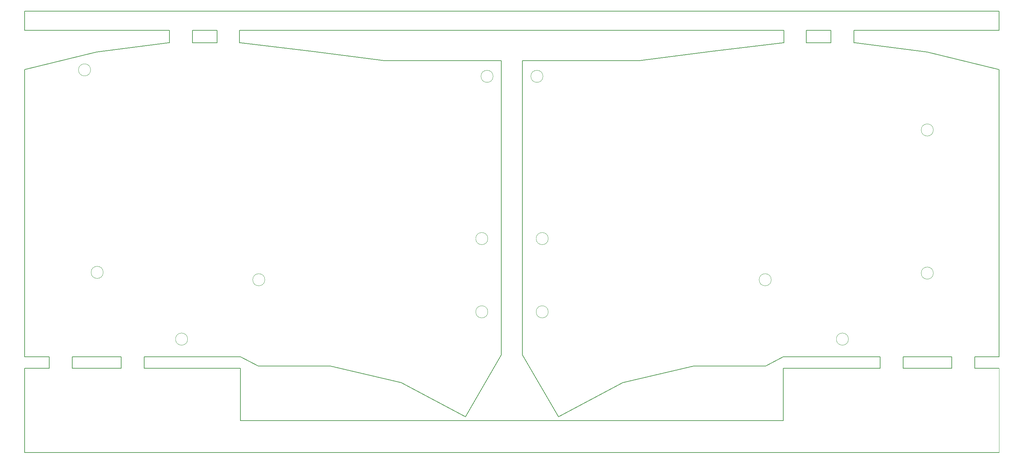
<source format=gbr>
G04 #@! TF.GenerationSoftware,KiCad,Pcbnew,7.0.10*
G04 #@! TF.CreationDate,2024-09-26T00:25:04+09:00*
G04 #@! TF.ProjectId,keyboard_denchi,6b657962-6f61-4726-945f-64656e636869,rev?*
G04 #@! TF.SameCoordinates,Original*
G04 #@! TF.FileFunction,Profile,NP*
%FSLAX46Y46*%
G04 Gerber Fmt 4.6, Leading zero omitted, Abs format (unit mm)*
G04 Created by KiCad (PCBNEW 7.0.10) date 2024-09-26 00:25:04*
%MOMM*%
%LPD*%
G01*
G04 APERTURE LIST*
G04 #@! TA.AperFunction,Profile*
%ADD10C,0.200000*%
G04 #@! TD*
G04 #@! TA.AperFunction,Profile*
%ADD11C,0.100000*%
G04 #@! TD*
G04 APERTURE END LIST*
D10*
X31877000Y-114420000D02*
X44831000Y-114420000D01*
X19304000Y-139820000D02*
X277368000Y-139820000D01*
X19304000Y-117468000D02*
X19304000Y-139820000D01*
D11*
X277368000Y-117468000D02*
X277368000Y-139820000D01*
D10*
X270891000Y-114420000D02*
X273812000Y-114420000D01*
X270891000Y-117468000D02*
X270891000Y-114420000D01*
X273812000Y-117468000D02*
X270891000Y-117468000D01*
X264795000Y-117468000D02*
X251968000Y-117468000D01*
X264795000Y-114420000D02*
X264795000Y-117468000D01*
X251968000Y-114420000D02*
X264795000Y-114420000D01*
X251968000Y-117468000D02*
X251968000Y-114420000D01*
X245872000Y-114420000D02*
X242824000Y-114420000D01*
X245872000Y-117468000D02*
X245872000Y-114420000D01*
X242824000Y-117468000D02*
X245872000Y-117468000D01*
X50927000Y-117468000D02*
X53848000Y-117468000D01*
X50927000Y-114420000D02*
X50927000Y-117468000D01*
X53848000Y-114420000D02*
X50927000Y-114420000D01*
X25781000Y-114420000D02*
X22860000Y-114420000D01*
X25781000Y-117468000D02*
X25781000Y-114420000D01*
X22860000Y-117468000D02*
X25781000Y-117468000D01*
X31877000Y-117468000D02*
X31877000Y-114420000D01*
X34798000Y-117468000D02*
X31877000Y-117468000D01*
X44831000Y-117468000D02*
X41910000Y-117468000D01*
X44831000Y-114420000D02*
X44831000Y-117468000D01*
X238887000Y-27806000D02*
X277368000Y-27806000D01*
X220345000Y-27806000D02*
X76200000Y-27806000D01*
X220345000Y-31108000D02*
X220345000Y-27806000D01*
X220218000Y-31108000D02*
X220345000Y-31108000D01*
X226314000Y-31108000D02*
X232791000Y-31108000D01*
X226314000Y-27806000D02*
X226314000Y-31108000D01*
X232791000Y-27806000D02*
X226314000Y-27806000D01*
X232791000Y-31108000D02*
X232791000Y-27806000D01*
X238887000Y-31108000D02*
X238887000Y-27806000D01*
X239268000Y-31108000D02*
X238887000Y-31108000D01*
X70231000Y-27806000D02*
X63754000Y-27806000D01*
X70231000Y-31108000D02*
X70231000Y-27806000D01*
X63754000Y-31108000D02*
X70231000Y-31108000D01*
X63754000Y-27806000D02*
X63754000Y-31108000D01*
X57658000Y-27806000D02*
X19304000Y-27806000D01*
X57658000Y-31108000D02*
X57658000Y-27806000D01*
X57404000Y-31108000D02*
X57658000Y-31108000D01*
X76200000Y-31108000D02*
X76200000Y-27806000D01*
X76454000Y-31108000D02*
X76200000Y-31108000D01*
X273812000Y-114420000D02*
X277368000Y-114420000D01*
X277368000Y-117468000D02*
X273812000Y-117468000D01*
X34798000Y-117468000D02*
X41910000Y-117468000D01*
X22860000Y-117468000D02*
X19304000Y-117468000D01*
X19304000Y-114420000D02*
X22860000Y-114420000D01*
X220218000Y-131311000D02*
X76454000Y-131311000D01*
X220218000Y-117468000D02*
X220218000Y-131311000D01*
X76454000Y-117468000D02*
X76454000Y-131311000D01*
X53848000Y-117468000D02*
X76454000Y-117468000D01*
X76454000Y-114420000D02*
X53848000Y-114420000D01*
X242824000Y-117468000D02*
X220218000Y-117468000D01*
X220218000Y-114420000D02*
X242824000Y-114420000D01*
X277368000Y-22726000D02*
X277368000Y-27806000D01*
X19304000Y-22726000D02*
X277368000Y-22726000D01*
X19304000Y-27806000D02*
X19304000Y-22726000D01*
X258318000Y-33521000D02*
X239268000Y-31108000D01*
X277368000Y-38220000D02*
X258318000Y-33521000D01*
D11*
X157943437Y-83051000D02*
G75*
G03*
X154730563Y-83051000I-1606437J0D01*
G01*
X154730563Y-83051000D02*
G75*
G03*
X157943437Y-83051000I1606437J0D01*
G01*
D10*
X220218000Y-114420000D02*
X215519000Y-116833000D01*
X151130000Y-35807000D02*
X151130000Y-113912000D01*
X196469000Y-116833000D02*
X215519000Y-116833000D01*
D11*
X216998437Y-93973000D02*
G75*
G03*
X213785563Y-93973000I-1606437J0D01*
G01*
X213785563Y-93973000D02*
G75*
G03*
X216998437Y-93973000I1606437J0D01*
G01*
D10*
X151130000Y-113912000D02*
X160655000Y-130295000D01*
D11*
X259924437Y-54227500D02*
G75*
G03*
X256711563Y-54227500I-1606437J0D01*
G01*
X256711563Y-54227500D02*
G75*
G03*
X259924437Y-54227500I1606437J0D01*
G01*
X237445437Y-109721000D02*
G75*
G03*
X234232563Y-109721000I-1606437J0D01*
G01*
X234232563Y-109721000D02*
G75*
G03*
X237445437Y-109721000I1606437J0D01*
G01*
X259924437Y-92200500D02*
G75*
G03*
X256711563Y-92200500I-1606437J0D01*
G01*
X256711563Y-92200500D02*
G75*
G03*
X259924437Y-92200500I1606437J0D01*
G01*
D10*
X160655000Y-130295000D02*
X177673000Y-121278000D01*
D11*
X156546437Y-39998000D02*
G75*
G03*
X153333563Y-39998000I-1606437J0D01*
G01*
X153333563Y-39998000D02*
G75*
G03*
X156546437Y-39998000I1606437J0D01*
G01*
X157943437Y-102482000D02*
G75*
G03*
X154730563Y-102482000I-1606437J0D01*
G01*
X154730563Y-102482000D02*
G75*
G03*
X157943437Y-102482000I1606437J0D01*
G01*
D10*
X201168000Y-33394000D02*
X182118000Y-35807000D01*
X182118000Y-35807000D02*
X151130000Y-35807000D01*
X177673000Y-121278000D02*
X196469000Y-116833000D01*
X277368000Y-114420000D02*
X277368000Y-38220000D01*
X220218000Y-31108000D02*
X201168000Y-33394000D01*
X100203000Y-116833000D02*
X81153000Y-116833000D01*
X76454000Y-31108000D02*
X95504000Y-33394000D01*
D11*
X141941437Y-102482000D02*
G75*
G03*
X138728563Y-102482000I-1606437J0D01*
G01*
X138728563Y-102482000D02*
G75*
G03*
X141941437Y-102482000I1606437J0D01*
G01*
D10*
X95504000Y-33394000D02*
X114554000Y-35807000D01*
D11*
X141941437Y-83051000D02*
G75*
G03*
X138728563Y-83051000I-1606437J0D01*
G01*
X138728563Y-83051000D02*
G75*
G03*
X141941437Y-83051000I1606437J0D01*
G01*
D10*
X145542000Y-35807000D02*
X145542000Y-113912000D01*
X76454000Y-114420000D02*
X81153000Y-116833000D01*
X118999000Y-121278000D02*
X100203000Y-116833000D01*
X145542000Y-113912000D02*
X136017000Y-130295000D01*
X114554000Y-35807000D02*
X145542000Y-35807000D01*
D11*
X36740874Y-38289588D02*
G75*
G03*
X33528000Y-38289588I-1606437J0D01*
G01*
X33528000Y-38289588D02*
G75*
G03*
X36740874Y-38289588I1606437J0D01*
G01*
D10*
X19304000Y-114420000D02*
X19304000Y-38220000D01*
D11*
X40087437Y-92010588D02*
G75*
G03*
X36874563Y-92010588I-1606437J0D01*
G01*
X36874563Y-92010588D02*
G75*
G03*
X40087437Y-92010588I1606437J0D01*
G01*
D10*
X38354000Y-33521000D02*
X57404000Y-31108000D01*
X136017000Y-130295000D02*
X118999000Y-121278000D01*
D11*
X62439437Y-109721000D02*
G75*
G03*
X59226563Y-109721000I-1606437J0D01*
G01*
X59226563Y-109721000D02*
G75*
G03*
X62439437Y-109721000I1606437J0D01*
G01*
X82886437Y-93973000D02*
G75*
G03*
X79673563Y-93973000I-1606437J0D01*
G01*
X79673563Y-93973000D02*
G75*
G03*
X82886437Y-93973000I1606437J0D01*
G01*
X143338437Y-39998000D02*
G75*
G03*
X140125563Y-39998000I-1606437J0D01*
G01*
X140125563Y-39998000D02*
G75*
G03*
X143338437Y-39998000I1606437J0D01*
G01*
D10*
X19304000Y-38220000D02*
X38354000Y-33521000D01*
M02*

</source>
